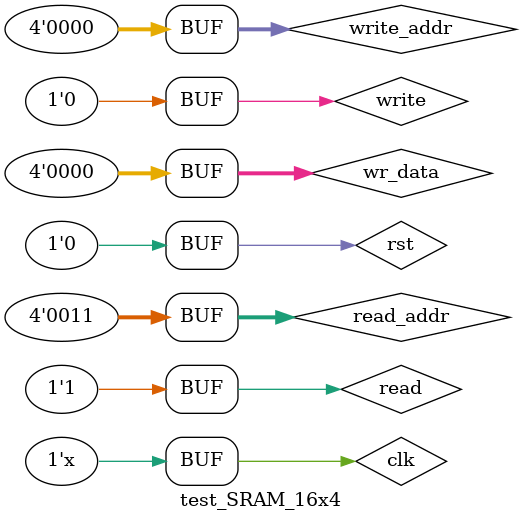
<source format=v>
`timescale 1ns / 1ps
module test_SRAM_16x4;

reg clk, rst,read,write;
reg [3:0] wr_data;
reg [3:0] write_addr, read_addr;
wire [3:0] rd_data;
wire wr_done,rd_done;
 
SRAM_16x4 uut(.clk(clk),
.rst(rst),
.read(read),
.write(write),
.wr_data(wr_data),
.write_addr(write_addr),
.read_addr(read_addr),
.rd_data(rd_data),
.wr_done(wr_done),
.rd_done(rd_done)
);
 
always #5 clk = !clk;
initial begin
    clk = 1'b0;
    rst=0;
    read= 0; 
    write = 1; 
    wr_data=4'b0101;
    write_addr=4'd3;
    read_addr=4'd0; 
    #100;
    #10;
     
    rst=0;
    read= 1;
    write = 0;
    wr_data=0;
    write_addr=0;
    read_addr=4'd3;
    #100;
    #10;
    
    rst=0;
    read= 0; 
    write = 1; 
    wr_data=4'b0100;
    write_addr=4'd3;
    read_addr=4'd0;
         
    #100;
    #10;
          
     rst=0;
     read= 1;
     write = 0;
     wr_data=0;
     write_addr=0;
     read_addr=4'd3;
           
        
     
end
endmodule



</source>
